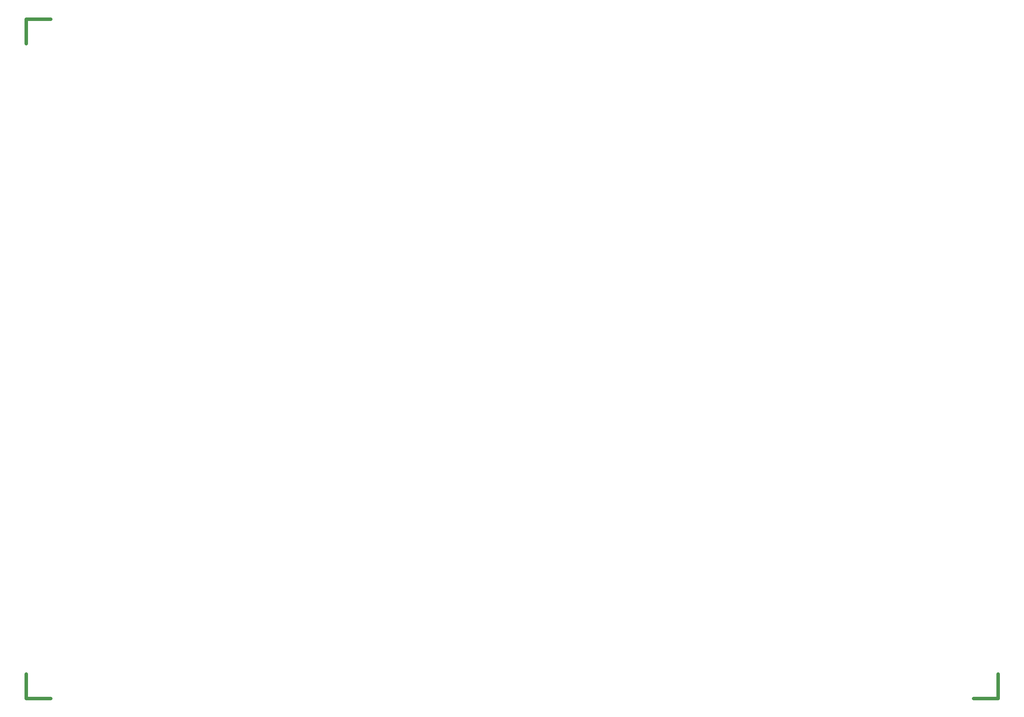
<source format=gbo>
%FSLAX25Y25*%
%MOIN*%
G70*
G01*
G75*
G04 Layer_Color=32896*
%ADD10R,0.04331X0.05512*%
%ADD11R,0.08071X0.01772*%
%ADD12R,0.08071X0.01772*%
%ADD13R,0.05512X0.04331*%
%ADD14O,0.08000X0.01600*%
%ADD15O,0.01575X0.07480*%
%ADD16R,0.05118X0.03937*%
%ADD17R,0.03937X0.05118*%
%ADD18O,0.07480X0.01575*%
%ADD19R,0.07480X0.07087*%
%ADD20R,0.05315X0.01575*%
%ADD21R,0.06299X0.08268*%
%ADD22R,0.07480X0.07480*%
%ADD23O,0.02559X0.06693*%
%ADD24R,0.04000X0.02600*%
%ADD25R,0.05512X0.03937*%
%ADD26R,0.05906X0.05906*%
%ADD27O,0.07087X0.01575*%
%ADD28R,0.03500X0.05000*%
%ADD29R,0.05000X0.05000*%
%ADD30C,0.03000*%
%ADD31C,0.00700*%
%ADD32C,0.00800*%
%ADD33C,0.01000*%
%ADD34R,0.05906X0.05906*%
%ADD35C,0.05906*%
%ADD36C,0.04724*%
%ADD37R,0.04724X0.04724*%
%ADD38C,0.06000*%
%ADD39C,0.04000*%
%ADD40R,0.04000X0.04000*%
%ADD41R,0.05000X0.05000*%
%ADD42C,0.05000*%
%ADD43R,0.06500X0.06500*%
%ADD44C,0.06500*%
%ADD45C,0.12000*%
%ADD46C,0.14000*%
%ADD47R,0.06000X0.06000*%
%ADD48C,0.06693*%
%ADD49C,0.06299*%
%ADD50R,0.04000X0.04000*%
%ADD51C,0.15748*%
%ADD52R,0.06000X0.06000*%
%ADD53C,0.06200*%
%ADD54R,0.06200X0.06200*%
%ADD55C,0.08400*%
%ADD56C,0.10600*%
%ADD57C,0.12500*%
%ADD58C,0.00984*%
%ADD59C,0.00787*%
%ADD60C,0.01200*%
%ADD61C,0.00600*%
%ADD62R,0.04731X0.05912*%
%ADD63R,0.08471X0.02172*%
%ADD64R,0.08471X0.02172*%
%ADD65R,0.05912X0.04731*%
%ADD66O,0.08400X0.02000*%
%ADD67O,0.01975X0.07880*%
%ADD68R,0.05518X0.04337*%
%ADD69R,0.04337X0.05518*%
%ADD70O,0.07880X0.01975*%
%ADD71R,0.07880X0.07487*%
%ADD72R,0.05715X0.01975*%
%ADD73R,0.06699X0.08668*%
%ADD74R,0.07880X0.07880*%
%ADD75O,0.02959X0.07093*%
%ADD76R,0.04400X0.03000*%
%ADD77R,0.05912X0.04337*%
%ADD78R,0.06306X0.06306*%
%ADD79O,0.07487X0.01975*%
%ADD80R,0.03900X0.05400*%
%ADD81R,0.05400X0.05400*%
%ADD82R,0.06306X0.06306*%
%ADD83C,0.06306*%
%ADD84C,0.05124*%
%ADD85R,0.05124X0.05124*%
%ADD86C,0.06400*%
%ADD87C,0.04400*%
%ADD88R,0.04400X0.04400*%
%ADD89R,0.05400X0.05400*%
%ADD90C,0.05400*%
%ADD91R,0.06900X0.06900*%
%ADD92C,0.06900*%
%ADD93C,0.12400*%
%ADD94C,0.14400*%
%ADD95R,0.06400X0.06400*%
%ADD96C,0.07093*%
%ADD97C,0.06699*%
%ADD98R,0.04400X0.04400*%
%ADD99C,0.16148*%
%ADD100R,0.06400X0.06400*%
%ADD101C,0.06600*%
%ADD102R,0.06600X0.06600*%
%ADD103C,0.08800*%
%ADD104C,0.11000*%
%ADD105C,0.12900*%
D30*
X98500Y98500D02*
Y119500D01*
X931500Y98500D02*
Y119500D01*
X98500Y660500D02*
Y681500D01*
Y98500D02*
X119500D01*
X910500D02*
X931500D01*
X98500Y681500D02*
X119500D01*
M02*

</source>
